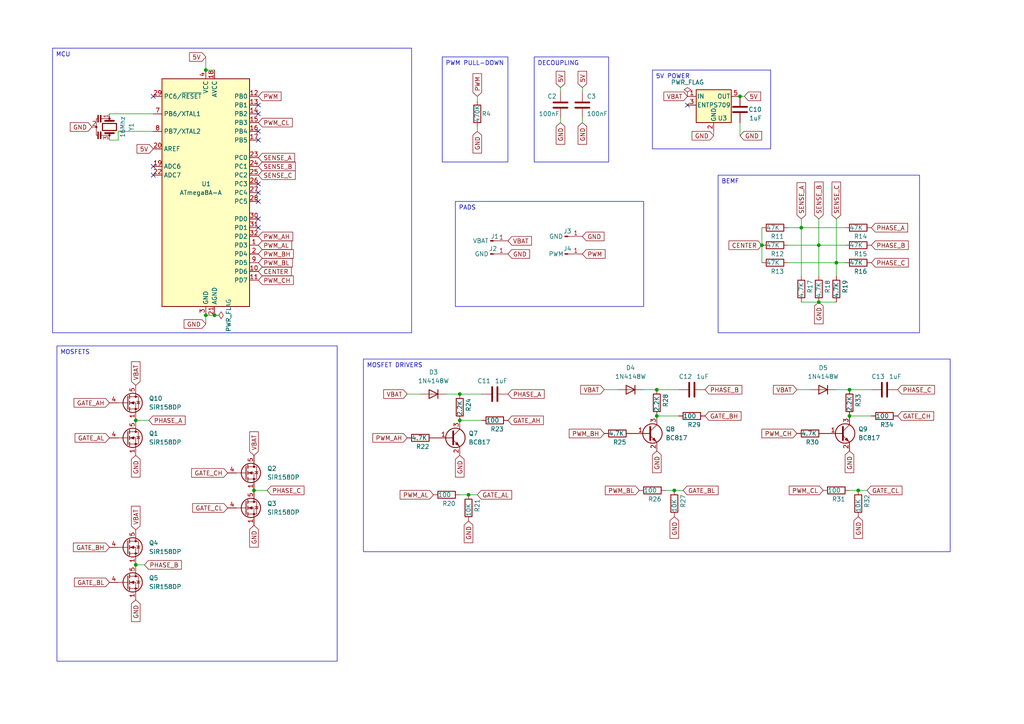
<source format=kicad_sch>
(kicad_sch (version 20231120) (generator "eeschema") (generator_version "8.0")
  (paper "A4")
  (title_block (title "NoahESC") (rev "2"))
  (lib_symbols
    (symbol "Connector:Conn_01x01_Pin" (pin_names (offset 1.016) hide)
      (property "Reference" "J" (at 0 2.54 0))
      (property "Value" "Conn_01x01_Pin" (at 0 -2.54 0))
      (symbol "Conn_01x01_Pin_1_1"
        (polyline (pts (xy 1.27 0) (xy 0.8636 0)) (stroke (width 0.1524)))
        (rectangle (start 0.8636 0.127) (end 0 -0.127) (stroke (width 0.1524)) (fill (type outline)))
        (pin passive line (at 5.08 0 180) (length 3.81) (name "Pin_1") (number "1"))
      )
    )
    (symbol "Device:C" (pin_numbers hide) (pin_names (offset 0.254))
      (property "Reference" "C" (at 0.635 2.54 0))
      (property "Value" "C" (at 0.635 -2.54 0))
      (symbol "C_0_1"
        (polyline (pts (xy -2.032 -0.762) (xy 2.032 -0.762)) (stroke (width 0.508)))
        (polyline (pts (xy -2.032 0.762) (xy 2.032 0.762)) (stroke (width 0.508)))
      )
      (symbol "C_1_1"
        (pin passive line (at 0 3.81 270) (length 2.794) (name "~") (number "1"))
        (pin passive line (at 0 -3.81 90) (length 2.794) (name "~") (number "2"))
      )
    )
    (symbol "Device:R" (pin_numbers hide) (pin_names (offset 0))
      (property "Reference" "R" (at 2.032 0 90))
      (property "Value" "R" (at 0 0 90))
      (symbol "R_0_1"
        (rectangle (start -1.016 -2.54) (end 1.016 2.54) (stroke (width 0.254)))
      )
      (symbol "R_1_1"
        (pin passive line (at 0 3.81 270) (length 1.27) (name "~") (number "1"))
        (pin passive line (at 0 -3.81 90) (length 1.27) (name "~") (number "2"))
      )
    )
    (symbol "Device:Resonator" (pin_names (offset 1.016) hide)
      (property "Reference" "Y" (at 0 5.715 0))
      (property "Value" "Resonator" (at 0 3.81 0))
      (symbol "Resonator_0_1"
        (rectangle (start -3.429 -3.175) (end -1.397 -3.429) (fill (type outline)))
        (rectangle (start -3.429 -2.413) (end -1.397 -2.667) (fill (type outline)))
        (circle (center -2.413 0) (radius 0.254) (fill (type outline)))
        (rectangle (start -1.016 2.032) (end 1.016 -2.032) (stroke (width 0.3048)))
        (circle (center 0 -3.81) (radius 0.254) (fill (type outline)))
        (polyline (pts (xy -2.413 -2.413) (xy -2.413 0)))
        (polyline (pts (xy -1.905 0) (xy -3.175 0)))
        (polyline (pts (xy -1.778 -1.27) (xy -1.778 1.27)) (stroke (width 0.508)))
        (polyline (pts (xy 1.778 -1.27) (xy 1.778 1.27)) (stroke (width 0.508)))
        (polyline (pts (xy 1.905 0) (xy 2.54 0)))
        (polyline (pts (xy 2.413 0) (xy 2.413 -2.54)))
        (polyline (pts (xy 2.413 -3.302) (xy 2.413 -3.81) (xy -2.413 -3.81) (xy -2.413 -3.302)))
        (rectangle (start 1.397 -3.175) (end 3.429 -3.429) (fill (type outline)))
        (rectangle (start 1.397 -2.413) (end 3.429 -2.667) (fill (type outline)))
        (circle (center 2.413 0) (radius 0.254) (fill (type outline)))
      )
      (symbol "Resonator_1_1"
        (pin passive line (at -3.81 0 0) (length 1.27) (name "1") (number "1"))
        (pin passive line (at 0 -5.08 90) (length 1.27) (name "2") (number "2"))
        (pin passive line (at 3.81 0 180) (length 1.27) (name "3") (number "3"))
      )
    )
    (symbol "Diode:1N4148W" (pin_numbers hide) (pin_names hide)
      (property "Reference" "D" (at 0 2.54 0))
      (property "Value" "1N4148W" (at 0 -2.54 0))
      (symbol "1N4148W_0_1"
        (polyline (pts (xy -1.27 1.27) (xy -1.27 -1.27)) (stroke (width 0.254)))
        (polyline (pts (xy 1.27 0) (xy -1.27 0)))
        (polyline (pts (xy 1.27 1.27) (xy 1.27 -1.27) (xy -1.27 0) (xy 1.27 1.27)) (stroke (width 0.254)))
      )
      (symbol "1N4148W_1_1"
        (pin passive line (at -3.81 0 0) (length 2.54) (name "K") (number "1"))
        (pin passive line (at 3.81 0 180) (length 2.54) (name "A") (number "2"))
      )
    )
    (symbol "MCU_Microchip_ATmega:ATmega8A-A"
      (property "Reference" "U" (at -12.7 34.29 0))
      (property "Value" "ATmega8A-A" (at 5.08 -34.29 0))
      (symbol "ATmega8A-A_0_1"
        (rectangle (start -12.7 -33.02) (end 12.7 33.02) (stroke (width 0.254)) (fill (type background)))
      )
      (symbol "ATmega8A-A_1_1"
        (pin bidirectional line (at 15.24 -15.24 180) (length 2.54) (name "PD3") (number "1"))
        (pin bidirectional line (at 15.24 -22.86 180) (length 2.54) (name "PD6") (number "10"))
        (pin bidirectional line (at 15.24 -25.4 180) (length 2.54) (name "PD7") (number "11"))
        (pin bidirectional line (at 15.24 27.94 180) (length 2.54) (name "PB0") (number "12"))
        (pin bidirectional line (at 15.24 25.4 180) (length 2.54) (name "PB1") (number "13"))
        (pin bidirectional line (at 15.24 22.86 180) (length 2.54) (name "PB2") (number "14"))
        (pin bidirectional line (at 15.24 20.32 180) (length 2.54) (name "PB3") (number "15"))
        (pin bidirectional line (at 15.24 17.78 180) (length 2.54) (name "PB4") (number "16"))
        (pin bidirectional line (at 15.24 15.24 180) (length 2.54) (name "PB5") (number "17"))
        (pin power_in line (at 2.54 35.56 270) (length 2.54) (name "AVCC") (number "18"))
        (pin input line (at -15.24 7.62 0) (length 2.54) (name "ADC6") (number "19"))
        (pin bidirectional line (at 15.24 -17.78 180) (length 2.54) (name "PD4") (number "2"))
        (pin passive line (at -15.24 12.7 0) (length 2.54) (name "AREF") (number "20"))
        (pin power_in line (at 2.54 -35.56 90) (length 2.54) (name "AGND") (number "21"))
        (pin input line (at -15.24 5.08 0) (length 2.54) (name "ADC7") (number "22"))
        (pin bidirectional line (at 15.24 10.16 180) (length 2.54) (name "PC0") (number "23"))
        (pin bidirectional line (at 15.24 7.62 180) (length 2.54) (name "PC1") (number "24"))
        (pin bidirectional line (at 15.24 5.08 180) (length 2.54) (name "PC2") (number "25"))
        (pin bidirectional line (at 15.24 2.54 180) (length 2.54) (name "PC3") (number "26"))
        (pin bidirectional line (at 15.24 0 180) (length 2.54) (name "PC4") (number "27"))
        (pin bidirectional line (at 15.24 -2.54 180) (length 2.54) (name "PC5") (number "28"))
        (pin bidirectional line (at -15.24 27.94 0) (length 2.54) (name "PC6/~{RESET}") (number "29"))
        (pin power_in line (at 0 -35.56 90) (length 2.54) (name "GND") (number "3"))
        (pin bidirectional line (at 15.24 -7.62 180) (length 2.54) (name "PD0") (number "30"))
        (pin bidirectional line (at 15.24 -10.16 180) (length 2.54) (name "PD1") (number "31"))
        (pin bidirectional line (at 15.24 -12.7 180) (length 2.54) (name "PD2") (number "32"))
        (pin power_in line (at 0 35.56 270) (length 2.54) (name "VCC") (number "4"))
        (pin passive line (at 0 -35.56 90) (length 2.54) hide (name "GND") (number "5"))
        (pin passive line (at 0 35.56 270) (length 2.54) hide (name "VCC") (number "6"))
        (pin bidirectional line (at -15.24 22.86 0) (length 2.54) (name "PB6/XTAL1") (number "7"))
        (pin bidirectional line (at -15.24 17.78 0) (length 2.54) (name "PB7/XTAL2") (number "8"))
        (pin bidirectional line (at 15.24 -20.32 180) (length 2.54) (name "PD5") (number "9"))
      )
    )
    (symbol "PWR_FLAG_1" (power) (pin_numbers hide) (pin_names (offset 0) hide)
      (property "Value" "PWR_FLAG" (at 0 3.81 0))
      (symbol "PWR_FLAG_1_0_0"
        (pin power_out line (at 0 0 90) (length 0) (name "~") (number "1"))
      )
      (symbol "PWR_FLAG_1_0_1"
        (polyline (pts (xy 0 0) (xy 0 1.27) (xy -1.016 1.905) (xy 0 2.54) (xy 1.016 1.905) (xy 0 1.27)))
      )
    )
    (symbol "Regulator_Linear:TLV75709PDBV" (pin_names (offset 0.254))
      (property "Reference" "U" (at -3.81 5.715 0))
      (property "Value" "TLV75709PDBV" (at 0 5.715 0))
      (symbol "TLV75709PDBV_0_1"
        (rectangle (start -5.08 4.445) (end 5.08 -5.08) (stroke (width 0.254)) (fill (type background)))
      )
      (symbol "TLV75709PDBV_1_1"
        (pin power_in line (at -7.62 2.54 0) (length 2.54) (name "IN") (number "1"))
        (pin power_in line (at 0 -7.62 90) (length 2.54) (name "GND") (number "2"))
        (pin input line (at -7.62 0 0) (length 2.54) (name "EN") (number "3"))
        (pin no_connect line (at 5.08 0 180) (length 2.54) hide (name "NC") (number "4"))
        (pin power_out line (at 7.62 2.54 180) (length 2.54) (name "OUT") (number "5"))
      )
    )
    (symbol "Transistor_BJT:BC817" (pin_names (offset 0) hide)
      (property "Reference" "Q" (at 5.08 1.905 0))
      (property "Value" "BC817" (at 5.08 0 0))
      (symbol "BC817_0_1"
        (polyline (pts (xy 0.635 0.635) (xy 2.54 2.54)))
        (polyline (pts (xy 0.635 -0.635) (xy 2.54 -2.54) (xy 2.54 -2.54)))
        (polyline (pts (xy 0.635 1.905) (xy 0.635 -1.905) (xy 0.635 -1.905)) (stroke (width 0.508)))
        (polyline (pts (xy 1.27 -1.778) (xy 1.778 -1.27) (xy 2.286 -2.286) (xy 1.27 -1.778) (xy 1.27 -1.778)) (fill (type outline)))
        (circle (center 1.27 0) (radius 2.8194) (stroke (width 0.254)))
      )
      (symbol "BC817_1_1"
        (pin input line (at -5.08 0 0) (length 5.715) (name "B") (number "1"))
        (pin passive line (at 2.54 -5.08 90) (length 2.54) (name "E") (number "2"))
        (pin passive line (at 2.54 5.08 270) (length 2.54) (name "C") (number "3"))
      )
    )
    (symbol "Transistor_FET:Si7336ADP" (pin_names hide)
      (property "Reference" "Q" (at 5.08 1.905 0))
      (property "Value" "Si7336ADP" (at 5.08 0 0))
      (symbol "Si7336ADP_0_1"
        (polyline (pts (xy 0.254 0) (xy -2.54 0)))
        (polyline (pts (xy 0.254 1.905) (xy 0.254 -1.905)) (stroke (width 0.254)))
        (polyline (pts (xy 0.762 -1.27) (xy 0.762 -2.286)) (stroke (width 0.254)))
        (polyline (pts (xy 0.762 0.508) (xy 0.762 -0.508)) (stroke (width 0.254)))
        (polyline (pts (xy 0.762 2.286) (xy 0.762 1.27)) (stroke (width 0.254)))
        (polyline (pts (xy 2.54 2.54) (xy 2.54 1.778)))
        (polyline (pts (xy 2.54 -2.54) (xy 2.54 0) (xy 0.762 0)))
        (polyline (pts (xy 0.762 -1.778) (xy 3.302 -1.778) (xy 3.302 1.778) (xy 0.762 1.778)))
        (polyline (pts (xy 1.016 0) (xy 2.032 0.381) (xy 2.032 -0.381) (xy 1.016 0)) (fill (type outline)))
        (polyline (pts (xy 2.794 0.508) (xy 2.921 0.381) (xy 3.683 0.381) (xy 3.81 0.254)))
        (polyline (pts (xy 3.302 0.381) (xy 2.921 -0.254) (xy 3.683 -0.254) (xy 3.302 0.381)))
        (circle (center 1.651 0) (radius 2.794) (stroke (width 0.254)))
        (circle (center 2.54 -1.778) (radius 0.254) (fill (type outline)))
        (circle (center 2.54 1.778) (radius 0.254) (fill (type outline)))
      )
      (symbol "Si7336ADP_1_1"
        (pin passive line (at 2.54 -5.08 90) (length 2.54) (name "S") (number "1"))
        (pin passive line (at 2.54 -5.08 90) (length 2.54) hide (name "S") (number "2"))
        (pin passive line (at 2.54 -5.08 90) (length 2.54) hide (name "S") (number "3"))
        (pin input line (at -5.08 0 0) (length 2.54) (name "G") (number "4"))
        (pin passive line (at 2.54 5.08 270) (length 2.54) (name "D") (number "5"))
      )
    )
  )
  (junction (at 242.57 76.2))
  (junction (at 214.63 27.94))
  (junction (at 237.49 87.63))
  (junction (at 133.35 114.3))
  (junction (at 135.89 143.51))
  (junction (at 237.49 71.12))
  (junction (at 190.5 120.65))
  (junction (at 39.37 121.92))
  (junction (at 246.38 113.03))
  (junction (at 62.23 91.44))
  (junction (at 190.5 113.03))
  (junction (at 195.58 142.24))
  (junction (at 73.66 142.24))
  (junction (at 248.92 142.24))
  (junction (at 39.37 163.83))
  (junction (at 246.38 120.65))
  (junction (at 220.98 71.12))
  (junction (at 133.35 121.92))
  (junction (at 59.69 91.44))
  (junction (at 232.41 66.04))
  (junction (at 59.69 20.32))
  (no_connect (at 74.93 40.64))
  (no_connect (at 44.45 48.26))
  (no_connect (at 44.45 50.8))
  (no_connect (at 74.93 58.42))
  (no_connect (at 74.93 33.02))
  (no_connect (at 74.93 30.48))
  (no_connect (at 74.93 53.34))
  (no_connect (at 74.93 66.04))
  (no_connect (at 74.93 63.5))
  (no_connect (at 44.45 27.94))
  (no_connect (at 199.39 30.48))
  (no_connect (at 74.93 38.1))
  (no_connect (at 74.93 55.88))
  (wire (pts (xy 43.18 121.92) (xy 39.37 121.92)))
  (wire (pts (xy 129.54 114.3) (xy 133.35 114.3)))
  (wire (pts (xy 220.98 66.04) (xy 220.98 71.12)))
  (wire (pts (xy 133.35 121.92) (xy 139.7 121.92)))
  (wire (pts (xy 237.49 71.12) (xy 245.11 71.12)))
  (wire (pts (xy 228.6 71.12) (xy 237.49 71.12)))
  (wire (pts (xy 232.41 63.5) (xy 232.41 66.04)))
  (wire (pts (xy 246.38 113.03) (xy 252.73 113.03)))
  (wire (pts (xy 59.69 91.44) (xy 62.23 91.44)))
  (wire (pts (xy 168.91 35.56) (xy 168.91 34.29)))
  (wire (pts (xy 34.29 40.64) (xy 34.29 38.1)))
  (wire (pts (xy 121.92 114.3) (xy 118.11 114.3)))
  (wire (pts (xy 186.69 113.03) (xy 190.5 113.03)))
  (wire (pts (xy 59.69 20.32) (xy 62.23 20.32)))
  (wire (pts (xy 248.92 142.24) (xy 251.46 142.24)))
  (wire (pts (xy 34.29 38.1) (xy 44.45 38.1)))
  (wire (pts (xy 220.98 71.12) (xy 220.98 76.2)))
  (wire (pts (xy 190.5 113.03) (xy 196.85 113.03)))
  (wire (pts (xy 179.07 113.03) (xy 175.26 113.03)))
  (wire (pts (xy 135.89 143.51) (xy 138.43 143.51)))
  (wire (pts (xy 190.5 120.65) (xy 196.85 120.65)))
  (wire (pts (xy 41.91 163.83) (xy 39.37 163.83)))
  (wire (pts (xy 246.38 120.65) (xy 252.73 120.65)))
  (wire (pts (xy 31.75 40.64) (xy 34.29 40.64)))
  (wire (pts (xy 195.58 142.24) (xy 198.12 142.24)))
  (wire (pts (xy 31.75 33.02) (xy 44.45 33.02)))
  (wire (pts (xy 168.91 25.4) (xy 168.91 26.67)))
  (wire (pts (xy 232.41 66.04) (xy 245.11 66.04)))
  (wire (pts (xy 162.56 25.4) (xy 162.56 26.67)))
  (wire (pts (xy 59.69 91.44) (xy 59.69 93.98)))
  (wire (pts (xy 232.41 87.63) (xy 237.49 87.63)))
  (wire (pts (xy 242.57 63.5) (xy 242.57 76.2)))
  (wire (pts (xy 214.63 39.37) (xy 214.63 35.56)))
  (wire (pts (xy 133.35 143.51) (xy 135.89 143.51)))
  (wire (pts (xy 232.41 66.04) (xy 232.41 80.01)))
  (wire (pts (xy 228.6 66.04) (xy 232.41 66.04)))
  (wire (pts (xy 77.47 142.24) (xy 73.66 142.24)))
  (wire (pts (xy 207.01 39.37) (xy 207.01 38.1)))
  (wire (pts (xy 228.6 76.2) (xy 242.57 76.2)))
  (wire (pts (xy 215.9 27.94) (xy 214.63 27.94)))
  (wire (pts (xy 237.49 71.12) (xy 237.49 80.01)))
  (wire (pts (xy 162.56 35.56) (xy 162.56 34.29)))
  (wire (pts (xy 133.35 114.3) (xy 139.7 114.3)))
  (wire (pts (xy 59.69 16.51) (xy 59.69 20.32)))
  (wire (pts (xy 234.95 113.03) (xy 231.14 113.03)))
  (wire (pts (xy 138.43 38.1) (xy 138.43 36.83)))
  (wire (pts (xy 193.04 142.24) (xy 195.58 142.24)))
  (wire (pts (xy 138.43 27.94) (xy 138.43 29.21)))
  (wire (pts (xy 242.57 76.2) (xy 242.57 80.01)))
  (wire (pts (xy 242.57 113.03) (xy 246.38 113.03)))
  (wire (pts (xy 242.57 76.2) (xy 245.11 76.2)))
  (wire (pts (xy 237.49 63.5) (xy 237.49 71.12)))
  (wire (pts (xy 237.49 87.63) (xy 242.57 87.63)))
  (wire (pts (xy 246.38 142.24) (xy 248.92 142.24)))
  (text_box "MCU" (at 15.24 13.97 0) (size 104.14 82.55) (effects (font (size 1.27 1.27)) (justify left top)))
  (text_box "BEMF" (at 208.28 50.8 0) (size 58.42 45.72) (effects (font (size 1.27 1.27)) (justify left top)))
  (text_box "5V POWER\n" (at 189.23 20.32 0) (size 34.29 22.86) (effects (font (size 1.27 1.27)) (justify left top)))
  (text_box "PADS" (at 132.08 58.42 0) (size 54.61 30.48) (effects (font (size 1.27 1.27)) (justify left top)))
  (text_box "DECOUPLING" (at 154.94 16.51 0) (size 21.59 30.48) (effects (font (size 1.27 1.27)) (justify left top)))
  (text_box "MOSFET DRIVERS" (at 105.41 104.14 0) (size 170.18 55.88) (effects (font (size 1.27 1.27)) (justify left top)))
  (text_box "PWM PULL-DOWN" (at 128.27 16.51 0) (size 19.05 30.48) (effects (font (size 1.27 1.27)) (justify left top)))
  (text_box "MOSFETS" (at 16.51 100.33 0) (size 81.28 91.44) (effects (font (size 1.27 1.27)) (justify left top)))
  (global_label "PWM_BH" (shape input) (at 175.26 125.73 180) (property "Intersheetrefs" "${INTERSHEET_REFS}" (effects (hide yes))))
  (global_label "PHASE_B" (shape input) (at 252.73 71.12 0) (property "Intersheetrefs" "${INTERSHEET_REFS}" (effects (hide yes))))
  (global_label "CENTER" (shape input) (at 74.93 78.74 0) (property "Intersheetrefs" "${INTERSHEET_REFS}" (effects (hide yes))))
  (global_label "GND" (shape input) (at 59.69 93.98 180) (property "Intersheetrefs" "${INTERSHEET_REFS}" (effects (hide yes))))
  (global_label "PWM" (shape input) (at 168.91 73.66 0) (property "Intersheetrefs" "${INTERSHEET_REFS}" (effects (hide yes))))
  (global_label "PWM_BL" (shape input) (at 74.93 76.2 0) (property "Intersheetrefs" "${INTERSHEET_REFS}" (effects (hide yes))))
  (global_label "VBAT" (shape input) (at 73.66 132.08 90) (property "Intersheetrefs" "${INTERSHEET_REFS}" (effects (hide yes))))
  (global_label "PWM_BH" (shape input) (at 74.93 73.66 0) (property "Intersheetrefs" "${INTERSHEET_REFS}" (effects (hide yes))))
  (global_label "PHASE_A" (shape input) (at 252.73 66.04 0) (property "Intersheetrefs" "${INTERSHEET_REFS}" (effects (hide yes))))
  (global_label "PWM_CH" (shape input) (at 231.14 125.73 180) (property "Intersheetrefs" "${INTERSHEET_REFS}" (effects (hide yes))))
  (global_label "GATE_CL" (shape input) (at 66.04 147.32 180) (property "Intersheetrefs" "${INTERSHEET_REFS}" (effects (hide yes))))
  (global_label "GND" (shape input) (at 26.67 36.83 180) (property "Intersheetrefs" "${INTERSHEET_REFS}" (effects (hide yes))))
  (global_label "GATE_CL" (shape input) (at 251.46 142.24 0) (property "Intersheetrefs" "${INTERSHEET_REFS}" (effects (hide yes))))
  (global_label "GND" (shape input) (at 133.35 132.08 270) (property "Intersheetrefs" "${INTERSHEET_REFS}" (effects (hide yes))))
  (global_label "VBAT" (shape input) (at 199.39 27.94 180) (property "Intersheetrefs" "${INTERSHEET_REFS}" (effects (hide yes))))
  (global_label "VBAT" (shape input) (at 118.11 114.3 180) (property "Intersheetrefs" "${INTERSHEET_REFS}" (effects (hide yes))))
  (global_label "SENSE_B" (shape input) (at 74.93 48.26 0) (property "Intersheetrefs" "${INTERSHEET_REFS}" (effects (hide yes))))
  (global_label "PWM_AH" (shape input) (at 118.11 127 180) (property "Intersheetrefs" "${INTERSHEET_REFS}" (effects (hide yes))))
  (global_label "PWM" (shape input) (at 74.93 27.94 0) (property "Intersheetrefs" "${INTERSHEET_REFS}" (effects (hide yes))))
  (global_label "SENSE_C" (shape input) (at 242.57 63.5 90) (property "Intersheetrefs" "${INTERSHEET_REFS}" (effects (hide yes))))
  (global_label "5V" (shape input) (at 44.45 43.18 180) (property "Intersheetrefs" "${INTERSHEET_REFS}" (effects (hide yes))))
  (global_label "PWM_CH" (shape input) (at 74.93 81.28 0) (property "Intersheetrefs" "${INTERSHEET_REFS}" (effects (hide yes))))
  (global_label "GATE_BH" (shape input) (at 204.47 120.65 0) (property "Intersheetrefs" "${INTERSHEET_REFS}" (effects (hide yes))))
  (global_label "PHASE_B" (shape input) (at 204.47 113.03 0) (property "Intersheetrefs" "${INTERSHEET_REFS}" (effects (hide yes))))
  (global_label "PHASE_C" (shape input) (at 260.35 113.03 0) (property "Intersheetrefs" "${INTERSHEET_REFS}" (effects (hide yes))))
  (global_label "GND" (shape input) (at 168.91 35.56 270) (property "Intersheetrefs" "${INTERSHEET_REFS}" (effects (hide yes))))
  (global_label "VBAT" (shape input) (at 39.37 153.67 90) (property "Intersheetrefs" "${INTERSHEET_REFS}" (effects (hide yes))))
  (global_label "5V" (shape input) (at 215.9 27.94 0) (property "Intersheetrefs" "${INTERSHEET_REFS}" (effects (hide yes))))
  (global_label "GATE_CH" (shape input) (at 260.35 120.65 0) (property "Intersheetrefs" "${INTERSHEET_REFS}" (effects (hide yes))))
  (global_label "PHASE_B" (shape input) (at 41.91 163.83 0) (property "Intersheetrefs" "${INTERSHEET_REFS}" (effects (hide yes))))
  (global_label "PHASE_C" (shape input) (at 252.73 76.2 0) (property "Intersheetrefs" "${INTERSHEET_REFS}" (effects (hide yes))))
  (global_label "GND" (shape input) (at 162.56 35.56 270) (property "Intersheetrefs" "${INTERSHEET_REFS}" (effects (hide yes))))
  (global_label "GND" (shape input) (at 214.63 39.37 0) (property "Intersheetrefs" "${INTERSHEET_REFS}" (effects (hide yes))))
  (global_label "GND" (shape input) (at 39.37 173.99 270) (property "Intersheetrefs" "${INTERSHEET_REFS}" (effects (hide yes))))
  (global_label "GND" (shape input) (at 73.66 152.4 270) (property "Intersheetrefs" "${INTERSHEET_REFS}" (effects (hide yes))))
  (global_label "VBAT" (shape input) (at 175.26 113.03 180) (property "Intersheetrefs" "${INTERSHEET_REFS}" (effects (hide yes))))
  (global_label "GND" (shape input) (at 135.89 151.13 270) (property "Intersheetrefs" "${INTERSHEET_REFS}" (effects (hide yes))))
  (global_label "GND" (shape input) (at 147.32 73.66 0) (property "Intersheetrefs" "${INTERSHEET_REFS}" (effects (hide yes))))
  (global_label "GND" (shape input) (at 248.92 149.86 270) (property "Intersheetrefs" "${INTERSHEET_REFS}" (effects (hide yes))))
  (global_label "GATE_AL" (shape input) (at 31.75 127 180) (property "Intersheetrefs" "${INTERSHEET_REFS}" (effects (hide yes))))
  (global_label "GND" (shape input) (at 246.38 130.81 270) (property "Intersheetrefs" "${INTERSHEET_REFS}" (effects (hide yes))))
  (global_label "PWM_AH" (shape input) (at 74.93 68.58 0) (property "Intersheetrefs" "${INTERSHEET_REFS}" (effects (hide yes))))
  (global_label "PWM" (shape input) (at 138.43 27.94 90) (property "Intersheetrefs" "${INTERSHEET_REFS}" (effects (hide yes))))
  (global_label "SENSE_A" (shape input) (at 232.41 63.5 90) (property "Intersheetrefs" "${INTERSHEET_REFS}" (effects (hide yes))))
  (global_label "PWM_CL" (shape input) (at 74.93 35.56 0) (property "Intersheetrefs" "${INTERSHEET_REFS}" (effects (hide yes))))
  (global_label "PHASE_A" (shape input) (at 147.32 114.3 0) (property "Intersheetrefs" "${INTERSHEET_REFS}" (effects (hide yes))))
  (global_label "PHASE_A" (shape input) (at 43.18 121.92 0) (property "Intersheetrefs" "${INTERSHEET_REFS}" (effects (hide yes))))
  (global_label "VBAT" (shape input) (at 147.32 69.85 0) (property "Intersheetrefs" "${INTERSHEET_REFS}" (effects (hide yes))))
  (global_label "GND" (shape input) (at 195.58 149.86 270) (property "Intersheetrefs" "${INTERSHEET_REFS}" (effects (hide yes))))
  (global_label "5V" (shape input) (at 168.91 25.4 90) (property "Intersheetrefs" "${INTERSHEET_REFS}" (effects (hide yes))))
  (global_label "PWM_AL" (shape input) (at 125.73 143.51 180) (property "Intersheetrefs" "${INTERSHEET_REFS}" (effects (hide yes))))
  (global_label "GATE_CH" (shape input) (at 66.04 137.16 180) (property "Intersheetrefs" "${INTERSHEET_REFS}" (effects (hide yes))))
  (global_label "GATE_AL" (shape input) (at 138.43 143.51 0) (property "Intersheetrefs" "${INTERSHEET_REFS}" (effects (hide yes))))
  (global_label "GATE_BH" (shape input) (at 31.75 158.75 180) (property "Intersheetrefs" "${INTERSHEET_REFS}" (effects (hide yes))))
  (global_label "PHASE_C" (shape input) (at 77.47 142.24 0) (property "Intersheetrefs" "${INTERSHEET_REFS}" (effects (hide yes))))
  (global_label "GATE_AH" (shape input) (at 147.32 121.92 0) (property "Intersheetrefs" "${INTERSHEET_REFS}" (effects (hide yes))))
  (global_label "PWM_BL" (shape input) (at 185.42 142.24 180) (property "Intersheetrefs" "${INTERSHEET_REFS}" (effects (hide yes))))
  (global_label "GND" (shape input) (at 138.43 38.1 270) (property "Intersheetrefs" "${INTERSHEET_REFS}" (effects (hide yes))))
  (global_label "5V" (shape input) (at 162.56 25.4 90) (property "Intersheetrefs" "${INTERSHEET_REFS}" (effects (hide yes))))
  (global_label "PWM_CL" (shape input) (at 238.76 142.24 180) (property "Intersheetrefs" "${INTERSHEET_REFS}" (effects (hide yes))))
  (global_label "GATE_BL" (shape input) (at 198.12 142.24 0) (property "Intersheetrefs" "${INTERSHEET_REFS}" (effects (hide yes))))
  (global_label "5V" (shape input) (at 59.69 16.51 180) (property "Intersheetrefs" "${INTERSHEET_REFS}" (effects (hide yes))))
  (global_label "VBAT" (shape input) (at 231.14 113.03 180) (property "Intersheetrefs" "${INTERSHEET_REFS}" (effects (hide yes))))
  (global_label "VBAT" (shape input) (at 39.37 111.76 90) (property "Intersheetrefs" "${INTERSHEET_REFS}" (effects (hide yes))))
  (global_label "GATE_BL" (shape input) (at 31.75 168.91 180) (property "Intersheetrefs" "${INTERSHEET_REFS}" (effects (hide yes))))
  (global_label "GND" (shape input) (at 190.5 130.81 270) (property "Intersheetrefs" "${INTERSHEET_REFS}" (effects (hide yes))))
  (global_label "PWM_AL" (shape input) (at 74.93 71.12 0) (property "Intersheetrefs" "${INTERSHEET_REFS}" (effects (hide yes))))
  (global_label "GND" (shape input) (at 39.37 132.08 270) (property "Intersheetrefs" "${INTERSHEET_REFS}" (effects (hide yes))))
  (global_label "CENTER" (shape input) (at 220.98 71.12 180) (property "Intersheetrefs" "${INTERSHEET_REFS}" (effects (hide yes))))
  (global_label "SENSE_C" (shape input) (at 74.93 50.8 0) (property "Intersheetrefs" "${INTERSHEET_REFS}" (effects (hide yes))))
  (global_label "SENSE_A" (shape input) (at 74.93 45.72 0) (property "Intersheetrefs" "${INTERSHEET_REFS}" (effects (hide yes))))
  (global_label "SENSE_B" (shape input) (at 237.49 63.5 90) (property "Intersheetrefs" "${INTERSHEET_REFS}" (effects (hide yes))))
  (global_label "GND" (shape input) (at 237.49 87.63 270) (property "Intersheetrefs" "${INTERSHEET_REFS}" (effects (hide yes))))
  (global_label "GND" (shape input) (at 168.91 68.58 0) (property "Intersheetrefs" "${INTERSHEET_REFS}" (effects (hide yes))))
  (global_label "GATE_AH" (shape input) (at 31.75 116.84 180) (property "Intersheetrefs" "${INTERSHEET_REFS}" (effects (hide yes))))
  (global_label "GND" (shape input) (at 207.01 39.37 180) (property "Intersheetrefs" "${INTERSHEET_REFS}" (effects (hide yes))))
  (symbol (lib_id "Device:R") (at 248.92 71.12 270) (unit 1)
    (property "Reference" "R15" (at 247.65 73.66 90) (effects (justify left)))
    (property "Value" "47K" (at 246.38 71.12 90) (effects (justify left)))
    (property "Footprint" "Resistor_SMD:R_0805_2012Metric_Pad1.20x1.40mm_HandSolder" (effects (hide yes)))
  )
  (symbol (lib_id "MCU_Microchip_ATmega:ATmega8A-A") (at 59.69 55.88 0) (unit 1)
    (property "Reference" "U1" (at 58.42 53.34 0) (effects (justify left)))
    (property "Value" "ATmega8A-A" (at 52.07 55.88 0) (effects (justify left)))
    (property "Footprint" "Package_QFP:TQFP-32_7x7mm_P0.8mm" (effects (hide yes)))
    (property "Datasheet" "http://ww1.microchip.com/downloads/en/DeviceDoc/Microchip%208bit%20mcu%20AVR%20ATmega8A%20data%20sheet%2040001974A.pdf" (effects (hide yes)))
  )
  (symbol (lib_id "Device:C") (at 143.51 114.3 270) (unit 1)
    (property "Reference" "C11" (at 138.43 110.49 90) (effects (justify left)))
    (property "Value" "1uF" (at 143.51 110.49 90) (effects (justify left)))
    (property "Footprint" "Capacitor_SMD:C_0805_2012Metric_Pad1.18x1.45mm_HandSolder" (effects (hide yes)))
  )
  (symbol (lib_id "Device:R") (at 133.35 118.11 0) (unit 1)
    (property "Reference" "R24" (at 135.89 119.38 90) (effects (justify left)))
    (property "Value" "2.2K" (at 133.35 120.65 90) (effects (justify left)))
    (property "Footprint" "Resistor_SMD:R_0805_2012Metric_Pad1.20x1.40mm_HandSolder" (effects (hide yes)))
  )
  (symbol (lib_id "Device:C") (at 162.56 30.48 0) (unit 1)
    (property "Reference" "C2" (at 158.75 27.94 0) (effects (justify left)))
    (property "Value" "100nF" (at 156.21 33.02 0) (effects (justify left)))
    (property "Footprint" "Capacitor_SMD:C_0805_2012Metric_Pad1.18x1.45mm_HandSolder" (effects (hide yes)))
  )
  (symbol (lib_id "Device:C") (at 256.54 113.03 270) (unit 1)
    (property "Reference" "C13" (at 252.73 109.22 90) (effects (justify left)))
    (property "Value" "1uF" (at 257.81 109.22 90) (effects (justify left)))
    (property "Footprint" "Capacitor_SMD:C_0805_2012Metric_Pad1.18x1.45mm_HandSolder" (effects (hide yes)))
  )
  (symbol (lib_id "Transistor_FET:Si7336ADP") (at 36.83 127 0) (unit 1)
    (property "Reference" "Q1" (at 43.18 125.7299 0) (effects (justify left)))
    (property "Value" "SiR158DP" (at 43.18 128.2699 0) (effects (justify left)))
    (property "Footprint" "Package_SO:PowerPAK_SO-8_Single" (effects (hide yes)))
    (property "Datasheet" "https://www.vishay.com/docs/73152/si7336adp.pdf" (effects (hide yes)))
    (property "Description" "30A Id, 30V Vds, 2.4mOhm Ron, PowerPAK-8" (effects (hide yes)))
  )
  (symbol (lib_id "Device:R") (at 195.58 146.05 0) (unit 1)
    (property "Reference" "R27" (at 198.12 147.32 90) (effects (justify left)))
    (property "Value" "10K" (at 195.58 148.59 90) (effects (justify left)))
    (property "Footprint" "Resistor_SMD:R_0805_2012Metric_Pad1.20x1.40mm_HandSolder" (effects (hide yes)))
  )
  (symbol (lib_name "PWR_FLAG_1") (lib_id "power:PWR_FLAG") (at 62.23 91.44 270) (unit 1)
    (property "Reference" "#FLG02" (effects (hide yes)))
    (property "Value" "PWR_FLAG" (at 66.294 91.44 0))
    (property "Description" "Special symbol for telling ERC where power comes from" (effects (hide yes)))
  )
  (symbol (lib_id "Transistor_FET:Si7336ADP") (at 71.12 137.16 0) (unit 1)
    (property "Reference" "Q2" (at 77.47 135.8899 0) (effects (justify left)))
    (property "Value" "SiR158DP" (at 77.47 138.4299 0) (effects (justify left)))
    (property "Footprint" "Package_SO:PowerPAK_SO-8_Single" (effects (hide yes)))
    (property "Datasheet" "https://www.vishay.com/docs/73152/si7336adp.pdf" (effects (hide yes)))
    (property "Description" "30A Id, 30V Vds, 2.4mOhm Ron, PowerPAK-8" (effects (hide yes)))
  )
  (symbol (lib_id "Device:Resonator") (at 31.75 36.83 270) (unit 1)
    (property "Reference" "Y1" (at 38.1 36.83 0))
    (property "Value" "16Mhz" (at 35.56 36.83 0))
    (property "Footprint" "Crystal:Resonator_SMD_Murata_CSTxExxV-3Pin_3.0x1.1mm" (effects (hide yes)))
  )
  (symbol (lib_id "Connector:Conn_01x01_Pin") (at 142.24 73.66 0) (unit 1)
    (property "Reference" "J2" (at 143.002 72.136 0))
    (property "Value" "GND" (at 139.7 73.66 0))
    (property "Footprint" "TestPoint:TestPoint_Pad_3.0x3.0mm" (effects (hide yes)))
  )
  (symbol (lib_id "Device:R") (at 224.79 71.12 270) (unit 1)
    (property "Reference" "R12" (at 223.52 73.66 90) (effects (justify left)))
    (property "Value" "47K" (at 222.25 71.12 90) (effects (justify left)))
    (property "Footprint" "Resistor_SMD:R_0805_2012Metric_Pad1.20x1.40mm_HandSolder" (effects (hide yes)))
  )
  (symbol (lib_id "Transistor_BJT:BC817") (at 243.84 125.73 0) (unit 1)
    (property "Reference" "Q9" (at 248.92 124.46 0) (effects (justify left)))
    (property "Value" "BC817" (at 248.92 127 0) (effects (justify left)))
    (property "Footprint" "Package_TO_SOT_SMD:SOT-23" (effects (hide yes)))
    (property "Datasheet" "https://www.onsemi.com/pub/Collateral/BC818-D.pdf" (effects (hide yes)))
  )
  (symbol (lib_id "Transistor_FET:Si7336ADP") (at 36.83 116.84 0) (unit 1)
    (property "Reference" "Q10" (at 43.18 115.5699 0) (effects (justify left)))
    (property "Value" "SiR158DP" (at 43.18 118.1099 0) (effects (justify left)))
    (property "Footprint" "Package_SO:PowerPAK_SO-8_Single" (effects (hide yes)))
    (property "Datasheet" "https://www.vishay.com/docs/73152/si7336adp.pdf" (effects (hide yes)))
    (property "Description" "30A Id, 30V Vds, 2.4mOhm Ron, PowerPAK-8" (effects (hide yes)))
  )
  (symbol (lib_id "Device:R") (at 135.89 147.32 0) (unit 1)
    (property "Reference" "R21" (at 138.43 148.59 90) (effects (justify left)))
    (property "Value" "10K" (at 135.89 149.86 90) (effects (justify left)))
    (property "Footprint" "Resistor_SMD:R_0805_2012Metric_Pad1.20x1.40mm_HandSolder" (effects (hide yes)))
  )
  (symbol (lib_id "Device:R") (at 121.92 127 270) (unit 1)
    (property "Reference" "R22" (at 120.65 129.54 90) (effects (justify left)))
    (property "Value" "4.7K" (at 119.38 127 90) (effects (justify left)))
    (property "Footprint" "Resistor_SMD:R_0805_2012Metric_Pad1.20x1.40mm_HandSolder" (effects (hide yes)))
  )
  (symbol (lib_id "Device:R") (at 179.07 125.73 270) (unit 1)
    (property "Reference" "R25" (at 177.8 128.27 90) (effects (justify left)))
    (property "Value" "4.7K" (at 176.53 125.73 90) (effects (justify left)))
    (property "Footprint" "Resistor_SMD:R_0805_2012Metric_Pad1.20x1.40mm_HandSolder" (effects (hide yes)))
  )
  (symbol (lib_id "Device:R") (at 237.49 83.82 0) (unit 1)
    (property "Reference" "R18" (at 240.03 85.09 90) (effects (justify left)))
    (property "Value" "4.7K" (at 237.49 86.36 90) (effects (justify left)))
    (property "Footprint" "Resistor_SMD:R_0805_2012Metric_Pad1.20x1.40mm_HandSolder" (effects (hide yes)))
  )
  (symbol (lib_id "Device:C") (at 200.66 113.03 270) (unit 1)
    (property "Reference" "C12" (at 196.85 109.22 90) (effects (justify left)))
    (property "Value" "1uF" (at 201.93 109.22 90) (effects (justify left)))
    (property "Footprint" "Capacitor_SMD:C_0805_2012Metric_Pad1.18x1.45mm_HandSolder" (effects (hide yes)))
  )
  (symbol (lib_name "PWR_FLAG_1") (lib_id "power:PWR_FLAG") (at 199.39 27.94 0) (unit 1)
    (property "Reference" "#FLG01" (effects (hide yes)))
    (property "Value" "PWR_FLAG" (at 199.39 23.876 0))
    (property "Description" "Special symbol for telling ERC where power comes from" (effects (hide yes)))
  )
  (symbol (lib_id "Device:R") (at 190.5 116.84 0) (unit 1)
    (property "Reference" "R28" (at 193.04 118.11 90) (effects (justify left)))
    (property "Value" "2.2K" (at 190.5 119.38 90) (effects (justify left)))
    (property "Footprint" "Resistor_SMD:R_0805_2012Metric_Pad1.20x1.40mm_HandSolder" (effects (hide yes)))
  )
  (symbol (lib_id "Transistor_BJT:BC817") (at 187.96 125.73 0) (unit 1)
    (property "Reference" "Q8" (at 193.04 124.46 0) (effects (justify left)))
    (property "Value" "BC817" (at 193.04 127 0) (effects (justify left)))
    (property "Footprint" "Package_TO_SOT_SMD:SOT-23" (effects (hide yes)))
    (property "Datasheet" "https://www.onsemi.com/pub/Collateral/BC818-D.pdf" (effects (hide yes)))
  )
  (symbol (lib_id "Connector:Conn_01x01_Pin") (at 142.24 69.85 0) (unit 1)
    (property "Reference" "J1" (at 143.51 68.58 0))
    (property "Value" "VBAT" (at 139.446 69.85 0))
    (property "Footprint" "TestPoint:TestPoint_Pad_3.0x3.0mm" (effects (hide yes)))
  )
  (symbol (lib_id "Device:R") (at 256.54 120.65 270) (unit 1)
    (property "Reference" "R34" (at 255.27 123.19 90) (effects (justify left)))
    (property "Value" "100" (at 254 120.65 90) (effects (justify left)))
    (property "Footprint" "Resistor_SMD:R_0805_2012Metric_Pad1.20x1.40mm_HandSolder" (effects (hide yes)))
  )
  (symbol (lib_id "Device:R") (at 248.92 66.04 270) (unit 1)
    (property "Reference" "R14" (at 247.65 68.58 90) (effects (justify left)))
    (property "Value" "47K" (at 246.38 66.04 90) (effects (justify left)))
    (property "Footprint" "Resistor_SMD:R_0805_2012Metric_Pad1.20x1.40mm_HandSolder" (effects (hide yes)))
  )
  (symbol (lib_id "Diode:1N4148W") (at 238.76 113.03 180) (unit 1)
    (property "Reference" "D5" (at 238.76 106.68 0))
    (property "Value" "1N4148W" (at 238.76 109.22 0))
    (property "Footprint" "Diode_SMD:D_SOD-123" (effects (hide yes)))
    (property "Datasheet" "https://www.vishay.com/docs/85748/1n4148w.pdf" (effects (hide yes)))
    (property "Sim.Device" "D" (effects (hide yes)))
    (property "Sim.Pins" "1=K 2=A" (effects (hide yes)))
  )
  (symbol (lib_id "Diode:1N4148W") (at 182.88 113.03 180) (unit 1)
    (property "Reference" "D4" (at 182.88 106.68 0))
    (property "Value" "1N4148W" (at 182.88 109.22 0))
    (property "Footprint" "Diode_SMD:D_SOD-123" (effects (hide yes)))
    (property "Datasheet" "https://www.vishay.com/docs/85748/1n4148w.pdf" (effects (hide yes)))
    (property "Sim.Device" "D" (effects (hide yes)))
    (property "Sim.Pins" "1=K 2=A" (effects (hide yes)))
  )
  (symbol (lib_id "Device:C") (at 168.91 30.48 0) (unit 1)
    (property "Reference" "C3" (at 170.18 27.94 0) (effects (justify left)))
    (property "Value" "100nF" (at 170.18 33.02 0) (effects (justify left)))
    (property "Footprint" "Capacitor_SMD:C_0805_2012Metric_Pad1.18x1.45mm_HandSolder" (effects (hide yes)))
  )
  (symbol (lib_id "Device:R") (at 143.51 121.92 270) (unit 1)
    (property "Reference" "R23" (at 142.24 124.46 90) (effects (justify left)))
    (property "Value" "100" (at 140.97 121.92 90) (effects (justify left)))
    (property "Footprint" "Resistor_SMD:R_0805_2012Metric_Pad1.20x1.40mm_HandSolder" (effects (hide yes)))
  )
  (symbol (lib_id "Device:R") (at 248.92 146.05 0) (unit 1)
    (property "Reference" "R32" (at 251.46 147.32 90) (effects (justify left)))
    (property "Value" "10K" (at 248.92 148.59 90) (effects (justify left)))
    (property "Footprint" "Resistor_SMD:R_0805_2012Metric_Pad1.20x1.40mm_HandSolder" (effects (hide yes)))
  )
  (symbol (lib_id "Device:R") (at 189.23 142.24 270) (unit 1)
    (property "Reference" "R26" (at 187.96 144.78 90) (effects (justify left)))
    (property "Value" "100" (at 186.69 142.24 90) (effects (justify left)))
    (property "Footprint" "Resistor_SMD:R_0805_2012Metric_Pad1.20x1.40mm_HandSolder" (effects (hide yes)))
  )
  (symbol (lib_id "Device:R") (at 129.54 143.51 270) (unit 1)
    (property "Reference" "R20" (at 128.27 146.05 90) (effects (justify left)))
    (property "Value" "100" (at 127 143.51 90) (effects (justify left)))
    (property "Footprint" "Resistor_SMD:R_0805_2012Metric_Pad1.20x1.40mm_HandSolder" (effects (hide yes)))
  )
  (symbol (lib_id "Transistor_FET:Si7336ADP") (at 36.83 168.91 0) (unit 1)
    (property "Reference" "Q5" (at 43.18 167.6399 0) (effects (justify left)))
    (property "Value" "SiR158DP" (at 43.18 170.1799 0) (effects (justify left)))
    (property "Footprint" "Package_SO:PowerPAK_SO-8_Single" (effects (hide yes)))
    (property "Datasheet" "https://www.vishay.com/docs/73152/si7336adp.pdf" (effects (hide yes)))
    (property "Description" "30A Id, 30V Vds, 2.4mOhm Ron, PowerPAK-8" (effects (hide yes)))
  )
  (symbol (lib_id "Device:R") (at 224.79 76.2 270) (unit 1)
    (property "Reference" "R13" (at 223.52 78.74 90) (effects (justify left)))
    (property "Value" "47K" (at 222.25 76.2 90) (effects (justify left)))
    (property "Footprint" "Resistor_SMD:R_0805_2012Metric_Pad1.20x1.40mm_HandSolder" (effects (hide yes)))
  )
  (symbol (lib_id "Device:R") (at 224.79 66.04 270) (unit 1)
    (property "Reference" "R11" (at 223.52 68.58 90) (effects (justify left)))
    (property "Value" "47K" (at 222.25 66.04 90) (effects (justify left)))
    (property "Footprint" "Resistor_SMD:R_0805_2012Metric_Pad1.20x1.40mm_HandSolder" (effects (hide yes)))
  )
  (symbol (lib_id "Device:R") (at 232.41 83.82 0) (unit 1)
    (property "Reference" "R17" (at 234.95 85.09 90) (effects (justify left)))
    (property "Value" "4.7K" (at 232.41 86.36 90) (effects (justify left)))
    (property "Footprint" "Resistor_SMD:R_0805_2012Metric_Pad1.20x1.40mm_HandSolder" (effects (hide yes)))
  )
  (symbol (lib_id "Transistor_FET:Si7336ADP") (at 71.12 147.32 0) (unit 1)
    (property "Reference" "Q3" (at 77.47 146.0499 0) (effects (justify left)))
    (property "Value" "SiR158DP" (at 77.47 148.5899 0) (effects (justify left)))
    (property "Footprint" "Package_SO:PowerPAK_SO-8_Single" (effects (hide yes)))
    (property "Datasheet" "https://www.vishay.com/docs/73152/si7336adp.pdf" (effects (hide yes)))
    (property "Description" "30A Id, 30V Vds, 2.4mOhm Ron, PowerPAK-8" (effects (hide yes)))
  )
  (symbol (lib_id "Device:R") (at 242.57 83.82 0) (unit 1)
    (property "Reference" "R19" (at 245.11 85.09 90) (effects (justify left)))
    (property "Value" "4.7K" (at 242.57 86.36 90) (effects (justify left)))
    (property "Footprint" "Resistor_SMD:R_0805_2012Metric_Pad1.20x1.40mm_HandSolder" (effects (hide yes)))
  )
  (symbol (lib_id "Transistor_BJT:BC817") (at 130.81 127 0) (unit 1)
    (property "Reference" "Q7" (at 135.89 125.73 0) (effects (justify left)))
    (property "Value" "BC817" (at 135.89 128.27 0) (effects (justify left)))
    (property "Footprint" "Package_TO_SOT_SMD:SOT-23" (effects (hide yes)))
    (property "Datasheet" "https://www.onsemi.com/pub/Collateral/BC818-D.pdf" (effects (hide yes)))
  )
  (symbol (lib_id "Device:R") (at 246.38 116.84 0) (unit 1)
    (property "Reference" "R33" (at 248.92 118.11 90) (effects (justify left)))
    (property "Value" "2.2K" (at 246.38 119.38 90) (effects (justify left)))
    (property "Footprint" "Resistor_SMD:R_0805_2012Metric_Pad1.20x1.40mm_HandSolder" (effects (hide yes)))
  )
  (symbol (lib_id "Connector:Conn_01x01_Pin") (at 163.83 73.66 0) (unit 1)
    (property "Reference" "J4" (at 164.592 72.136 0))
    (property "Value" "PWM" (at 161.29 73.66 0))
    (property "Footprint" "TestPoint:TestPoint_Keystone_5015_Micro-Minature" (effects (hide yes)))
  )
  (symbol (lib_id "Device:C") (at 214.63 31.75 180) (unit 1)
    (property "Reference" "C10" (at 220.98 31.75 0) (effects (justify left)))
    (property "Value" "1uF" (at 220.98 34.29 0) (effects (justify left)))
    (property "Footprint" "Capacitor_SMD:C_0805_2012Metric_Pad1.18x1.45mm_HandSolder" (effects (hide yes)))
  )
  (symbol (lib_id "Device:R") (at 242.57 142.24 270) (unit 1)
    (property "Reference" "R31" (at 241.3 144.78 90) (effects (justify left)))
    (property "Value" "100" (at 240.03 142.24 90) (effects (justify left)))
    (property "Footprint" "Resistor_SMD:R_0805_2012Metric_Pad1.20x1.40mm_HandSolder" (effects (hide yes)))
  )
  (symbol (lib_id "Diode:1N4148W") (at 125.73 114.3 180) (unit 1)
    (property "Reference" "D3" (at 125.73 107.95 0))
    (property "Value" "1N4148W" (at 125.73 110.49 0))
    (property "Footprint" "Diode_SMD:D_SOD-123" (effects (hide yes)))
    (property "Datasheet" "https://www.vishay.com/docs/85748/1n4148w.pdf" (effects (hide yes)))
    (property "Sim.Device" "D" (effects (hide yes)))
    (property "Sim.Pins" "1=K 2=A" (effects (hide yes)))
  )
  (symbol (lib_id "Transistor_FET:Si7336ADP") (at 36.83 158.75 0) (unit 1)
    (property "Reference" "Q4" (at 43.18 157.4799 0) (effects (justify left)))
    (property "Value" "SiR158DP" (at 43.18 160.0199 0) (effects (justify left)))
    (property "Footprint" "Package_SO:PowerPAK_SO-8_Single" (effects (hide yes)))
    (property "Datasheet" "https://www.vishay.com/docs/73152/si7336adp.pdf" (effects (hide yes)))
    (property "Description" "30A Id, 30V Vds, 2.4mOhm Ron, PowerPAK-8" (effects (hide yes)))
  )
  (symbol (lib_id "Device:R") (at 234.95 125.73 270) (unit 1)
    (property "Reference" "R30" (at 233.68 128.27 90) (effects (justify left)))
    (property "Value" "4.7K" (at 232.41 125.73 90) (effects (justify left)))
    (property "Footprint" "Resistor_SMD:R_0805_2012Metric_Pad1.20x1.40mm_HandSolder" (effects (hide yes)))
  )
  (symbol (lib_id "Device:R") (at 248.92 76.2 270) (unit 1)
    (property "Reference" "R16" (at 247.65 78.74 90) (effects (justify left)))
    (property "Value" "47K" (at 246.38 76.2 90) (effects (justify left)))
    (property "Footprint" "Resistor_SMD:R_0805_2012Metric_Pad1.20x1.40mm_HandSolder" (effects (hide yes)))
  )
  (symbol (lib_id "Connector:Conn_01x01_Pin") (at 163.83 68.58 0) (unit 1)
    (property "Reference" "J3" (at 164.592 67.056 0))
    (property "Value" "GND" (at 161.29 68.58 0))
    (property "Footprint" "TestPoint:TestPoint_Keystone_5015_Micro-Minature" (effects (hide yes)))
  )
  (symbol (lib_id "Regulator_Linear:TLV75709PDBV") (at 207.01 30.48 0) (unit 1)
    (property "Reference" "U3" (at 209.55 34.29 0))
    (property "Value" "TPS709" (at 208.28 30.48 0))
    (property "Footprint" "Package_TO_SOT_SMD:SOT-23-5" (effects (hide yes)))
    (property "Datasheet" "https://www.ti.com/lit/ds/symlink/tlv757p.pdf" (effects (hide yes)))
  )
  (symbol (lib_id "Device:R") (at 200.66 120.65 270) (unit 1)
    (property "Reference" "R29" (at 199.39 123.19 90) (effects (justify left)))
    (property "Value" "100" (at 198.12 120.65 90) (effects (justify left)))
    (property "Footprint" "Resistor_SMD:R_0805_2012Metric_Pad1.20x1.40mm_HandSolder" (effects (hide yes)))
  )
  (symbol (lib_id "Device:R") (at 138.43 33.02 0) (unit 1)
    (property "Reference" "R4" (at 139.7 33.02 0) (effects (justify left)))
    (property "Value" "470K" (at 138.43 35.56 90) (effects (justify left)))
    (property "Footprint" "Resistor_SMD:R_0805_2012Metric_Pad1.20x1.40mm_HandSolder" (effects (hide yes)))
  )
)
</source>
